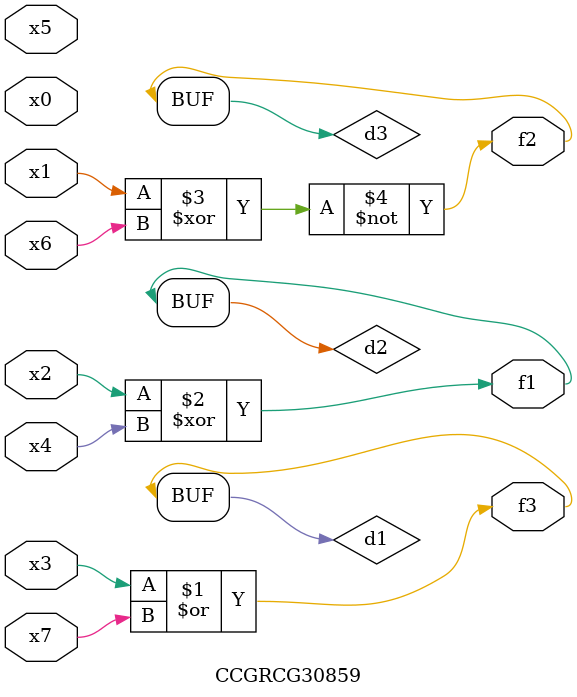
<source format=v>
module CCGRCG30859(
	input x0, x1, x2, x3, x4, x5, x6, x7,
	output f1, f2, f3
);

	wire d1, d2, d3;

	or (d1, x3, x7);
	xor (d2, x2, x4);
	xnor (d3, x1, x6);
	assign f1 = d2;
	assign f2 = d3;
	assign f3 = d1;
endmodule

</source>
